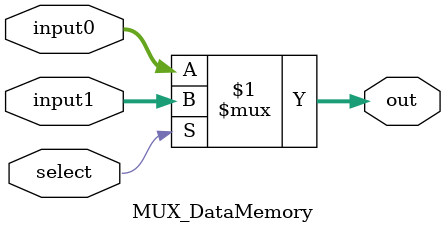
<source format=v>
module MUX_DataMemory ( input0, input1, select, out );
    input [31:0] input0;
    input [31:0] input1;  
    input select;         
    output [31:0] out;     

    assign out = (select) ? input1 : input0; 

endmodule
</source>
